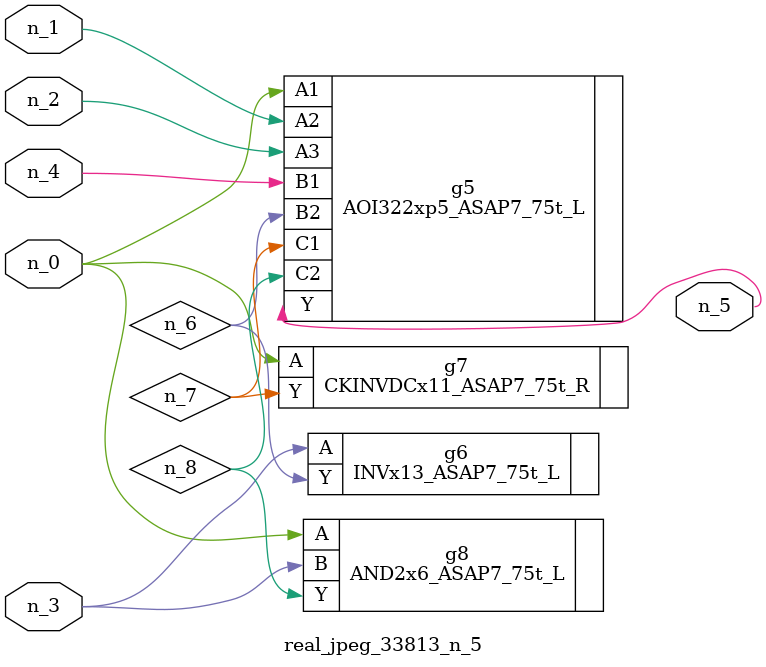
<source format=v>
module real_jpeg_33813_n_5 (n_4, n_0, n_1, n_2, n_3, n_5);

input n_4;
input n_0;
input n_1;
input n_2;
input n_3;

output n_5;

wire n_8;
wire n_6;
wire n_7;

AOI322xp5_ASAP7_75t_L g5 ( 
.A1(n_0),
.A2(n_1),
.A3(n_2),
.B1(n_4),
.B2(n_6),
.C1(n_7),
.C2(n_8),
.Y(n_5)
);

CKINVDCx11_ASAP7_75t_R g7 ( 
.A(n_0),
.Y(n_7)
);

AND2x6_ASAP7_75t_L g8 ( 
.A(n_0),
.B(n_3),
.Y(n_8)
);

INVx13_ASAP7_75t_L g6 ( 
.A(n_3),
.Y(n_6)
);


endmodule
</source>
